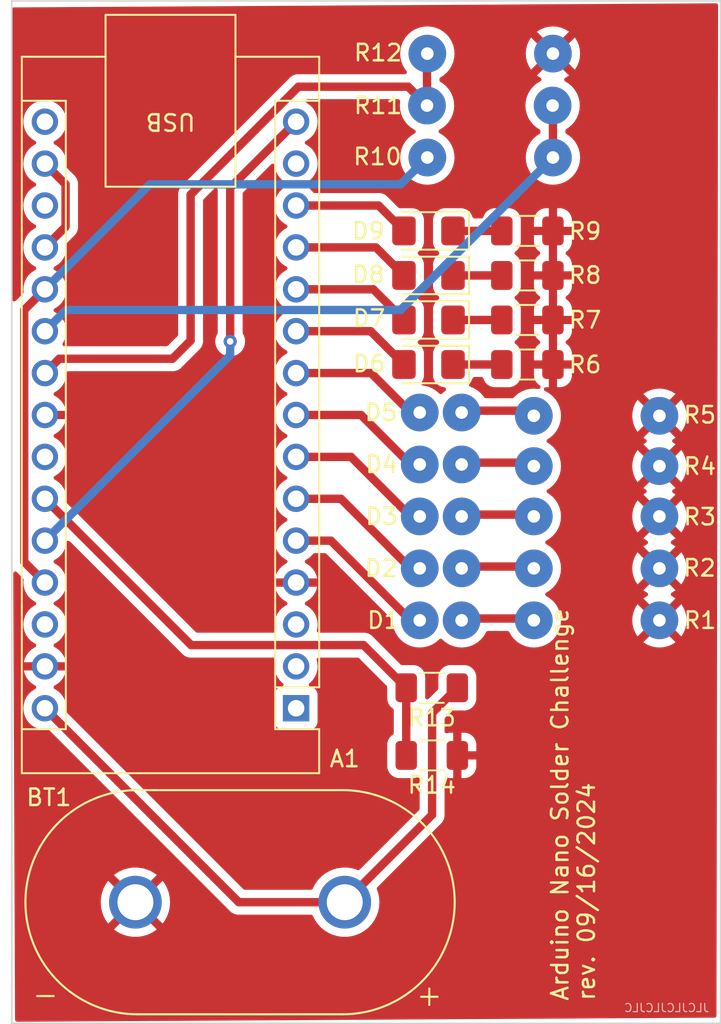
<source format=kicad_pcb>
(kicad_pcb (version 20221018) (generator pcbnew)
  (layers (0 "F.Cu" signal) (31 "B.Cu" signal) (34 "B.Paste" user) (35 "F.Paste" user) (36 "B.SilkS" user "B.Silkscreen") (37 "F.SilkS" user "F.Silkscreen") (38 "B.Mask" user) (39 "F.Mask" user) (44 "Edge.Cuts" user))
  (net 0 "")
  (net 4 "GND")
  (net 5 "Net-(A1-D2)")
  (net 6 "Net-(A1-D3)")
  (net 7 "Net-(A1-D4)")
  (net 8 "Net-(A1-D5)")
  (net 9 "Net-(A1-D6)")
  (net 10 "Net-(A1-D7)")
  (net 11 "Net-(A1-D8)")
  (net 12 "Net-(A1-D9)")
  (net 13 "Net-(A1-D10)")
  (net 15 "Net-(A1-A7)")
  (net 17 "+3.3V")
  (net 19 "+5V")
  (net 20 "Net-(A1-A2)")
  (net 21 "Net-(A1-A3)")
  (net 23 "Net-(A1-A6)")
  (net 25 "+BATT")
  (net 26 "Net-(D1-K)")
  (net 27 "Net-(D2-K)")
  (net 28 "Net-(D3-K)")
  (net 29 "Net-(D4-K)")
  (net 30 "Net-(D5-K)")
  (net 31 "Net-(D6-K)")
  (net 32 "Net-(D7-K)")
  (net 33 "Net-(D8-K)")
  (net 34 "Net-(D9-K)")
  (footprint "Module:Arduino_Nano" (layer "F.Cu") (at 59.3 61.99 180)
    (fp_text reference "A1" (at -2.95 -3.06) (layer "F.SilkS"))
    (fp_text value "Arduino_Nano_Every")
    (fp_text user "USB" (at 7.62 35.56 180 unlocked) (layer "F.SilkS"))
    (fp_line (start -1.4 -3.94) (end -1.4 -1.27) (stroke (width 0.12)) (layer "F.SilkS"))
    (fp_line (start -1.4 1.27) (end -1.4 39.5) (stroke (width 0.12)) (layer "F.SilkS"))
    (fp_line (start -1.4 39.5) (end 3.68 39.5) (stroke (width 0.12)) (layer "F.SilkS"))
    (fp_line (start 1.27 -1.27) (end -1.4 -1.27) (stroke (width 0.12)) (layer "F.SilkS"))
    (fp_line (start 1.27 1.27) (end -1.4 1.27) (stroke (width 0.12)) (layer "F.SilkS"))
    (fp_line (start 1.27 1.27) (end 1.27 -1.27) (stroke (width 0.12)) (layer "F.SilkS"))
    (fp_line (start 1.27 1.27) (end 1.27 36.83) (stroke (width 0.12)) (layer "F.SilkS"))
    (fp_line (start 1.27 36.83) (end -1.4 36.83) (stroke (width 0.12)) (layer "F.SilkS"))
    (fp_line (start 3.68 31.62) (end 11.56 31.62) (stroke (width 0.12)) (layer "F.SilkS"))
    (fp_line (start 3.68 42.04) (end 3.68 31.62) (stroke (width 0.12)) (layer "F.SilkS"))
    (fp_line (start 11.56 31.62) (end 11.56 42.04) (stroke (width 0.12)) (layer "F.SilkS"))
    (fp_line (start 11.56 42.04) (end 3.68 42.04) (stroke (width 0.12)) (layer "F.SilkS"))
    (fp_line (start 13.97 -1.27) (end 13.97 36.83) (stroke (width 0.12)) (layer "F.SilkS"))
    (fp_line (start 13.97 -1.27) (end 16.64 -1.27) (stroke (width 0.12)) (layer "F.SilkS"))
    (fp_line (start 13.97 36.83) (end 16.64 36.83) (stroke (width 0.12)) (layer "F.SilkS"))
    (fp_line (start 16.64 -3.94) (end -1.4 -3.94) (stroke (width 0.12)) (layer "F.SilkS"))
    (fp_line (start 16.64 39.5) (end 11.56 39.5) (stroke (width 0.12)) (layer "F.SilkS"))
    (fp_line (start 16.64 39.5) (end 16.64 -3.94) (stroke (width 0.12)) (layer "F.SilkS"))
    (pad "1" thru_hole rect (at 0 0 180) (size 1.6 1.6) (drill 1) (layers "*.Cu" "*.Mask"))
    (pad "2" thru_hole oval (at 0 2.54 180) (size 1.6 1.6) (drill 1) (layers "*.Cu" "*.Mask"))
    (pad "3" thru_hole oval (at 0 5.08 180) (size 1.6 1.6) (drill 1) (layers "*.Cu" "*.Mask"))
    (pad "4" thru_hole oval (at 0 7.62 180) (size 1.6 1.6) (drill 1) (layers "*.Cu" "*.Mask") (net 4 "GND"))
    (pad "5" thru_hole oval (at 0 10.16 180) (size 1.6 1.6) (drill 1) (layers "*.Cu" "*.Mask") (net 5 "Net-(A1-D2)"))
    (pad "6" thru_hole oval (at 0 12.7 180) (size 1.6 1.6) (drill 1) (layers "*.Cu" "*.Mask") (net 6 "Net-(A1-D3)"))
    (pad "7" thru_hole oval (at 0 15.24 180) (size 1.6 1.6) (drill 1) (layers "*.Cu" "*.Mask") (net 7 "Net-(A1-D4)"))
    (pad "8" thru_hole oval (at 0 17.78 180) (size 1.6 1.6) (drill 1) (layers "*.Cu" "*.Mask") (net 8 "Net-(A1-D5)"))
    (pad "9" thru_hole oval (at 0 20.32 180) (size 1.6 1.6) (drill 1) (layers "*.Cu" "*.Mask") (net 9 "Net-(A1-D6)"))
    (pad "10" thru_hole oval (at 0 22.86 180) (size 1.6 1.6) (drill 1) (layers "*.Cu" "*.Mask") (net 10 "Net-(A1-D7)"))
    (pad "11" thru_hole oval (at 0 25.4 180) (size 1.6 1.6) (drill 1) (layers "*.Cu" "*.Mask") (net 11 "Net-(A1-D8)"))
    (pad "12" thru_hole oval (at 0 27.94 180) (size 1.6 1.6) (drill 1) (layers "*.Cu" "*.Mask") (net 12 "Net-(A1-D9)"))
    (pad "13" thru_hole oval (at 0 30.48 180) (size 1.6 1.6) (drill 1) (layers "*.Cu" "*.Mask") (net 13 "Net-(A1-D10)"))
    (pad "14" thru_hole oval (at 0 33.02 180) (size 1.6 1.6) (drill 1) (layers "*.Cu" "*.Mask"))
    (pad "15" thru_hole oval (at 0 35.56 180) (size 1.6 1.6) (drill 1) (layers "*.Cu" "*.Mask") (net 15 "Net-(A1-A7)"))
    (pad "16" thru_hole oval (at 15.24 35.56 180) (size 1.6 1.6) (drill 1) (layers "*.Cu" "*.Mask"))
    (pad "17" thru_hole oval (at 15.24 33.02 180) (size 1.6 1.6) (drill 1) (layers "*.Cu" "*.Mask") (net 17 "+3.3V"))
    (pad "18" thru_hole oval (at 15.24 30.48 180) (size 1.6 1.6) (drill 1) (layers "*.Cu" "*.Mask"))
    (pad "19" thru_hole oval (at 15.24 27.94 180) (size 1.6 1.6) (drill 1) (layers "*.Cu" "*.Mask") (net 17 "+3.3V"))
    (pad "20" thru_hole oval (at 15.24 25.4 180) (size 1.6 1.6) (drill 1) (layers "*.Cu" "*.Mask") (net 19 "+5V"))
    (pad "21" thru_hole oval (at 15.24 22.86 180) (size 1.6 1.6) (drill 1) (layers "*.Cu" "*.Mask") (net 20 "Net-(A1-A2)"))
    (pad "22" thru_hole oval (at 15.24 20.32 180) (size 1.6 1.6) (drill 1) (layers "*.Cu" "*.Mask") (net 21 "Net-(A1-A3)"))
    (pad "23" thru_hole oval (at 15.24 17.78 180) (size 1.6 1.6) (drill 1) (layers "*.Cu" "*.Mask") (net 4 "GND"))
    (pad "24" thru_hole oval (at 15.24 15.24 180) (size 1.6 1.6) (drill 1) (layers "*.Cu" "*.Mask"))
    (pad "25" thru_hole oval (at 15.24 12.7 180) (size 1.6 1.6) (drill 1) (layers "*.Cu" "*.Mask") (net 23 "Net-(A1-A6)"))
    (pad "26" thru_hole oval (at 15.24 10.16 180) (size 1.6 1.6) (drill 1) (layers "*.Cu" "*.Mask") (net 15 "Net-(A1-A7)"))
    (pad "27" thru_hole oval (at 15.24 7.62 180) (size 1.6 1.6) (drill 1) (layers "*.Cu" "*.Mask") (net 19 "+5V"))
    (pad "28" thru_hole oval (at 15.24 5.08 180) (size 1.6 1.6) (drill 1) (layers "*.Cu" "*.Mask"))
    (pad "29" thru_hole oval (at 15.24 2.54 180) (size 1.6 1.6) (drill 1) (layers "*.Cu" "*.Mask") (net 4 "GND"))
    (pad "30" thru_hole oval (at 15.24 0 180) (size 1.6 1.6) (drill 1) (layers "*.Cu" "*.Mask") (net 25 "+BATT"))
  )
  (footprint "Tracker Custom Library:LED" (layer "F.Cu") (at 66.8 44.06 180)
    (fp_text reference "D5" (at 2.35 0 180) (layer "F.SilkS"))
    (fp_text value "LED" hide)
    (pad "1" thru_hole circle (at -2.54 0 180) (size 2.286 2.286) (drill 0.762) (layers "*.Cu" "*.Mask") (net 30 "Net-(D5-K)"))
    (pad "2" thru_hole circle (at 0 0 180) (size 2.286 2.286) (drill 0.762) (layers "*.Cu" "*.Mask") (net 9 "Net-(A1-D6)"))
  )
  (footprint "Tracker Custom Library:LED" (layer "F.Cu") (at 66.8 56.66 180)
    (fp_text reference "D1" (at 2.2 0 180) (layer "F.SilkS"))
    (fp_text value "LED" hide)
    (pad "1" thru_hole circle (at -2.54 0 180) (size 2.286 2.286) (drill 0.762) (layers "*.Cu" "*.Mask") (net 26 "Net-(D1-K)"))
    (pad "2" thru_hole circle (at 0 0 180) (size 2.286 2.286) (drill 0.762) (layers "*.Cu" "*.Mask") (net 5 "Net-(A1-D2)"))
  )
  (footprint "Tracker Custom Library:Resistor" (layer "F.Cu") (at 78.8 56.66 180)
    (fp_text reference "R1" (at -5.002 -0.004 180) (layer "F.SilkS"))
    (fp_text value "R" hide)
    (pad "1" thru_hole circle (at -2.54 0 180) (size 2.286 2.286) (drill 0.762) (layers "*.Cu" "*.Mask") (net 4 "GND"))
    (pad "2" thru_hole circle (at 5.08 0 180) (size 2.286 2.286) (drill 0.762) (layers "*.Cu" "*.Mask") (net 26 "Net-(D1-K)"))
  )
  (footprint "Resistor_SMD:R_1206_3216Metric_Pad1.30x1.75mm_HandSolder" (layer "F.Cu") (at 73.33 41.15 180)
    (fp_text reference "R6" (at -3.5 -0.01) (layer "F.SilkS"))
    (fp_text value "R")
    (fp_line (start -0.727064 -0.91) (end 0.727064 -0.91) (stroke (width 0.12)) (layer "F.SilkS"))
    (fp_line (start -0.727064 0.91) (end 0.727064 0.91) (stroke (width 0.12)) (layer "F.SilkS"))
    (pad "1" smd roundrect (at -1.55 0 180) (size 1.3 1.75) (layers "F.Cu" "F.Paste" "F.Mask") (roundrect_rratio 0.1923076923) (net 4 "GND"))
    (pad "2" smd roundrect (at 1.55 0 180) (size 1.3 1.75) (layers "F.Cu" "F.Paste" "F.Mask") (roundrect_rratio 0.1923076923) (net 31 "Net-(D6-K)"))
  )
  (footprint "Tracker Custom Library:Resistor" (layer "F.Cu") (at 78.8 44.26 180)
    (fp_text reference "R5" (at -4.99 0.05) (layer "F.SilkS"))
    (fp_text value "R" hide)
    (pad "1" thru_hole circle (at -2.54 0 180) (size 2.286 2.286) (drill 0.762) (layers "*.Cu" "*.Mask") (net 4 "GND"))
    (pad "2" thru_hole circle (at 5.08 0 180) (size 2.286 2.286) (drill 0.762) (layers "*.Cu" "*.Mask") (net 30 "Net-(D5-K)"))
  )
  (footprint "LED_SMD:LED_1206_3216Metric_Pad1.42x1.75mm_HandSolder" (layer "F.Cu") (at 67.33 33.05 180)
    (fp_text reference "D9" (at 3.65 0) (layer "F.SilkS"))
    (fp_text value "LED")
    (fp_line (start -2.46 -1.135) (end -2.46 1.135) (stroke (width 0.12)) (layer "F.SilkS"))
    (fp_line (start -2.46 1.135) (end 1.6 1.135) (stroke (width 0.12)) (layer "F.SilkS"))
    (fp_line (start 1.6 -1.135) (end -2.46 -1.135) (stroke (width 0.12)) (layer "F.SilkS"))
    (pad "1" smd roundrect (at -1.4875 0 180) (size 1.425 1.75) (layers "F.Cu" "F.Paste" "F.Mask") (roundrect_rratio 0.1754392982) (net 34 "Net-(D9-K)"))
    (pad "2" smd roundrect (at 1.4875 0 180) (size 1.425 1.75) (layers "F.Cu" "F.Paste" "F.Mask") (roundrect_rratio 0.1754392982) (net 13 "Net-(A1-D10)"))
  )
  (footprint "Resistor_SMD:R_1206_3216Metric_Pad1.30x1.75mm_HandSolder" (layer "F.Cu") (at 67.53 64.85)
    (fp_text reference "R14" (at 0 1.8) (layer "F.SilkS"))
    (fp_text value "R")
    (fp_line (start -0.727064 -0.91) (end 0.727064 -0.91) (stroke (width 0.12)) (layer "F.SilkS"))
    (fp_line (start -0.727064 0.91) (end 0.727064 0.91) (stroke (width 0.12)) (layer "F.SilkS"))
    (pad "1" smd roundrect (at -1.55 0) (size 1.3 1.75) (layers "F.Cu" "F.Paste" "F.Mask") (roundrect_rratio 0.1923076923) (net 23 "Net-(A1-A6)"))
    (pad "2" smd roundrect (at 1.55 0) (size 1.3 1.75) (layers "F.Cu" "F.Paste" "F.Mask") (roundrect_rratio 0.1923076923) (net 4 "GND"))
  )
  (footprint "Resistor_SMD:R_1206_3216Metric_Pad1.30x1.75mm_HandSolder" (layer "F.Cu") (at 67.53 60.75 180)
    (fp_text reference "R13" (at 0 -1.82) (layer "F.SilkS"))
    (fp_text value "R")
    (fp_line (start -0.727064 -0.91) (end 0.727064 -0.91) (stroke (width 0.12)) (layer "F.SilkS"))
    (fp_line (start -0.727064 0.91) (end 0.727064 0.91) (stroke (width 0.12)) (layer "F.SilkS"))
    (pad "1" smd roundrect (at -1.55 0 180) (size 1.3 1.75) (layers "F.Cu" "F.Paste" "F.Mask") (roundrect_rratio 0.1923076923) (net 25 "+BATT"))
    (pad "2" smd roundrect (at 1.55 0 180) (size 1.3 1.75) (layers "F.Cu" "F.Paste" "F.Mask") (roundrect_rratio 0.1923076923) (net 23 "Net-(A1-A6)"))
  )
  (footprint "LED_SMD:LED_1206_3216Metric_Pad1.42x1.75mm_HandSolder" (layer "F.Cu") (at 67.33 41.15 180)
    (fp_text reference "D6" (at 3.6 0.05) (layer "F.SilkS"))
    (fp_text value "LED")
    (fp_line (start -2.46 -1.135) (end -2.46 1.135) (stroke (width 0.12)) (layer "F.SilkS"))
    (fp_line (start -2.46 1.135) (end 1.6 1.135) (stroke (width 0.12)) (layer "F.SilkS"))
    (fp_line (start 1.6 -1.135) (end -2.46 -1.135) (stroke (width 0.12)) (layer "F.SilkS"))
    (pad "1" smd roundrect (at -1.4875 0 180) (size 1.425 1.75) (layers "F.Cu" "F.Paste" "F.Mask") (roundrect_rratio 0.1754392982) (net 31 "Net-(D6-K)"))
    (pad "2" smd roundrect (at 1.4875 0 180) (size 1.425 1.75) (layers "F.Cu" "F.Paste" "F.Mask") (roundrect_rratio 0.1754392982) (net 10 "Net-(A1-D7)"))
  )
  (footprint "Tracker Custom Library:Resistor" (layer "F.Cu") (at 69.8 22.3)
    (fp_text reference "R12" (at -5.53 -0.05) (layer "F.SilkS"))
    (fp_text value "R" hide)
    (pad "1" thru_hole circle (at -2.54 0) (size 2.286 2.286) (drill 0.762) (layers "*.Cu" "*.Mask") (net 21 "Net-(A1-A3)"))
    (pad "2" thru_hole circle (at 5.08 0) (size 2.286 2.286) (drill 0.762) (layers "*.Cu" "*.Mask") (net 4 "GND"))
  )
  (footprint "Tracker Custom Library:Resistor" (layer "F.Cu") (at 78.8 50.36 180)
    (fp_text reference "R3" (at -4.99 -0.028) (layer "F.SilkS"))
    (fp_text value "R" hide)
    (pad "1" thru_hole circle (at -2.54 0 180) (size 2.286 2.286) (drill 0.762) (layers "*.Cu" "*.Mask") (net 4 "GND"))
    (pad "2" thru_hole circle (at 5.08 0 180) (size 2.286 2.286) (drill 0.762) (layers "*.Cu" "*.Mask") (net 28 "Net-(D3-K)"))
  )
  (footprint "Tracker Custom Library:Keystone 967 9V battery holder" (layer "F.Cu") (at 55.9 73.75 180)
    (fp_text reference "BT1" (at 11.6 6.35) (layer "F.SilkS"))
    (fp_text value "Battery")
    (fp_line (start -11.9808 -5.7324) (end -10.9808 -5.7324) (stroke (width 0.127)) (layer "F.SilkS"))
    (fp_line (start -11.4808 -6.2324) (end -11.4808 -5.2324) (stroke (width 0.127)) (layer "F.SilkS"))
    (fp_line (start -6.225 -6.795) (end 6.225 -6.795) (stroke (width 0.127)) (layer "F.SilkS"))
    (fp_line (start 6.225 6.795) (end -6.225 6.795) (stroke (width 0.127)) (layer "F.SilkS"))
    (fp_line (start 11.311 -5.6896) (end 12.311 -5.6896) (stroke (width 0.127)) (layer "F.SilkS"))
    (fp_arc (start -13.02 0) (mid -11.029791 -4.804791) (end -6.225 -6.795) (stroke (width 0.127)) (layer "F.SilkS"))
    (fp_arc (start -6.225 6.795) (mid -11.029791 4.804791) (end -13.02 0) (stroke (width 0.127)) (layer "F.SilkS"))
    (fp_arc (start 6.225 -6.795) (mid 11.029791 -4.804791) (end 13.02 0) (stroke (width 0.127)) (layer "F.SilkS"))
    (fp_arc (start 13.02 0) (mid 11.029791 4.804791) (end 6.225 6.795) (stroke (width 0.127)) (layer "F.SilkS"))
    (pad "1" thru_hole circle (at -6.35 0 180) (size 3.196 3.196) (drill 2.18) (layers "*.Cu" "*.Mask") (net 25 "+BATT"))
    (pad "2" thru_hole circle (at 6.35 0 180) (size 3.196 3.196) (drill 2.18) (layers "*.Cu" "*.Mask") (net 4 "GND"))
  )
  (footprint "Tracker Custom Library:Resistor" (layer "F.Cu") (at 69.8 28.6)
    (fp_text reference "R10" (at -5.57 -0.05) (layer "F.SilkS"))
    (fp_text value "R" hide)
    (pad "1" thru_hole circle (at -2.54 0) (size 2.286 2.286) (drill 0.762) (layers "*.Cu" "*.Mask") (net 19 "+5V"))
    (pad "2" thru_hole circle (at 5.08 0) (size 2.286 2.286) (drill 0.762) (layers "*.Cu" "*.Mask") (net 20 "Net-(A1-A2)"))
  )
  (footprint "Tracker Custom Library:LED" (layer "F.Cu") (at 66.8 50.36 180)
    (fp_text reference "D3" (at 2.31 0 180) (layer "F.SilkS"))
    (fp_text value "LED" hide)
    (pad "1" thru_hole circle (at -2.54 0 180) (size 2.286 2.286) (drill 0.762) (layers "*.Cu" "*.Mask") (net 28 "Net-(D3-K)"))
    (pad "2" thru_hole circle (at 0 0 180) (size 2.286 2.286) (drill 0.762) (layers "*.Cu" "*.Mask") (net 7 "Net-(A1-D4)"))
  )
  (footprint "Resistor_SMD:R_1206_3216Metric_Pad1.30x1.75mm_HandSolder" (layer "F.Cu") (at 73.33 38.45 180)
    (fp_text reference "R7" (at -3.5 0) (layer "F.SilkS"))
    (fp_text value "R")
    (fp_line (start -0.727064 -0.91) (end 0.727064 -0.91) (stroke (width 0.12)) (layer "F.SilkS"))
    (fp_line (start -0.727064 0.91) (end 0.727064 0.91) (stroke (width 0.12)) (layer "F.SilkS"))
    (pad "1" smd roundrect (at -1.55 0 180) (size 1.3 1.75) (layers "F.Cu" "F.Paste" "F.Mask") (roundrect_rratio 0.1923076923) (net 4 "GND"))
    (pad "2" smd roundrect (at 1.55 0 180) (size 1.3 1.75) (layers "F.Cu" "F.Paste" "F.Mask") (roundrect_rratio 0.1923076923) (net 32 "Net-(D7-K)"))
  )
  (footprint "Tracker Custom Library:Resistor" (layer "F.Cu") (at 78.8 53.51 180)
    (fp_text reference "R2" (at -4.97 0.022 180) (layer "F.SilkS"))
    (fp_text value "R" hide)
    (pad "1" thru_hole circle (at -2.54 0 180) (size 2.286 2.286) (drill 0.762) (layers "*.Cu" "*.Mask") (net 4 "GND"))
    (pad "2" thru_hole circle (at 5.08 0 180) (size 2.286 2.286) (drill 0.762) (layers "*.Cu" "*.Mask") (net 27 "Net-(D2-K)"))
  )
  (footprint "Tracker Custom Library:LED" (layer "F.Cu") (at 66.8 47.21 180)
    (fp_text reference "D4" (at 2.31 0 180) (layer "F.SilkS"))
    (fp_text value "LED" hide)
    (pad "1" thru_hole circle (at -2.54 0 180) (size 2.286 2.286) (drill 0.762) (layers "*.Cu" "*.Mask") (net 29 "Net-(D4-K)"))
    (pad "2" thru_hole circle (at 0 0 180) (size 2.286 2.286) (drill 0.762) (layers "*.Cu" "*.Mask") (net 8 "Net-(A1-D5)"))
  )
  (footprint "Resistor_SMD:R_1206_3216Metric_Pad1.30x1.75mm_HandSolder" (layer "F.Cu") (at 73.33 35.75 180)
    (fp_text reference "R8" (at -3.5 0.01) (layer "F.SilkS"))
    (fp_text value "R")
    (fp_line (start -0.727064 -0.91) (end 0.727064 -0.91) (stroke (width 0.12)) (layer "F.SilkS"))
    (fp_line (start -0.727064 0.91) (end 0.727064 0.91) (stroke (width 0.12)) (layer "F.SilkS"))
    (pad "1" smd roundrect (at -1.55 0 180) (size 1.3 1.75) (layers "F.Cu" "F.Paste" "F.Mask") (roundrect_rratio 0.1923076923) (net 4 "GND"))
    (pad "2" smd roundrect (at 1.55 0 180) (size 1.3 1.75) (layers "F.Cu" "F.Paste" "F.Mask") (roundrect_rratio 0.1923076923) (net 33 "Net-(D8-K)"))
  )
  (footprint "Tracker Custom Library:Resistor" (layer "F.Cu") (at 78.8 47.31 180)
    (fp_text reference "R4" (at -4.99 -0.014) (layer "F.SilkS"))
    (fp_text value "R" hide)
    (pad "1" thru_hole circle (at -2.54 0 180) (size 2.286 2.286) (drill 0.762) (layers "*.Cu" "*.Mask") (net 4 "GND"))
    (pad "2" thru_hole circle (at 5.08 0 180) (size 2.286 2.286) (drill 0.762) (layers "*.Cu" "*.Mask") (net 29 "Net-(D4-K)"))
  )
  (footprint "Tracker Custom Library:Resistor" (layer "F.Cu") (at 72.32 25.45 180)
    (fp_text reference "R11" (at 8.05 0 180) (layer "F.SilkS"))
    (fp_text value "R" hide)
    (pad "1" thru_hole circle (at -2.54 0 180) (size 2.286 2.286) (drill 0.762) (layers "*.Cu" "*.Mask") (net 20 "Net-(A1-A2)"))
    (pad "2" thru_hole circle (at 5.08 0 180) (size 2.286 2.286) (drill 0.762) (layers "*.Cu" "*.Mask") (net 21 "Net-(A1-A3)"))
  )
  (footprint "Tracker Custom Library:LED" (layer "F.Cu") (at 66.8 53.51 180)
    (fp_text reference "D2" (at 2.35 0 180) (layer "F.SilkS"))
    (fp_text value "LED" hide)
    (pad "1" thru_hole circle (at -2.54 0 180) (size 2.286 2.286) (drill 0.762) (layers "*.Cu" "*.Mask") (net 27 "Net-(D2-K)"))
    (pad "2" thru_hole circle (at 0 0 180) (size 2.286 2.286) (drill 0.762) (layers "*.Cu" "*.Mask") (net 6 "Net-(A1-D3)"))
  )
  (footprint "LED_SMD:LED_1206_3216Metric_Pad1.42x1.75mm_HandSolder" (layer "F.Cu") (at 67.33 38.45 180)
    (fp_text reference "D7" (at 3.6 0.1) (layer "F.SilkS"))
    (fp_text value "LED")
    (fp_line (start -2.46 -1.135) (end -2.46 1.135) (stroke (width 0.12)) (layer "F.SilkS"))
    (fp_line (start -2.46 1.135) (end 1.6 1.135) (stroke (width 0.12)) (layer "F.SilkS"))
    (fp_line (start 1.6 -1.135) (end -2.46 -1.135) (stroke (width 0.12)) (layer "F.SilkS"))
    (pad "1" smd roundrect (at -1.4875 0 180) (size 1.425 1.75) (layers "F.Cu" "F.Paste" "F.Mask") (roundrect_rratio 0.1754392982) (net 32 "Net-(D7-K)"))
    (pad "2" smd roundrect (at 1.4875 0 180) (size 1.425 1.75) (layers "F.Cu" "F.Paste" "F.Mask") (roundrect_rratio 0.1754392982) (net 11 "Net-(A1-D8)"))
  )
  (footprint "Resistor_SMD:R_1206_3216Metric_Pad1.30x1.75mm_HandSolder" (layer "F.Cu") (at 73.33 33.05 180)
    (fp_text reference "R9" (at -3.5 -0.02) (layer "F.SilkS"))
    (fp_text value "R")
    (fp_line (start -0.727064 -0.91) (end 0.727064 -0.91) (stroke (width 0.12)) (layer "F.SilkS"))
    (fp_line (start -0.727064 0.91) (end 0.727064 0.91) (stroke (width 0.12)) (layer "F.SilkS"))
    (pad "1" smd roundrect (at -1.55 0 180) (size 1.3 1.75) (layers "F.Cu" "F.Paste" "F.Mask") (roundrect_rratio 0.1923076923) (net 4 "GND"))
    (pad "2" smd roundrect (at 1.55 0 180) (size 1.3 1.75) (layers "F.Cu" "F.Paste" "F.Mask") (roundrect_rratio 0.1923076923) (net 34 "Net-(D9-K)"))
  )
  (footprint "LED_SMD:LED_1206_3216Metric_Pad1.42x1.75mm_HandSolder" (layer "F.Cu") (at 67.33 35.75 180)
    (fp_text reference "D8" (at 3.65 0.05) (layer "F.SilkS"))
    (fp_text value "LED")
    (fp_line (start -2.46 -1.135) (end -2.46 1.135) (stroke (width 0.12)) (layer "F.SilkS"))
    (fp_line (start -2.46 1.135) (end 1.6 1.135) (stroke (width 0.12)) (layer "F.SilkS"))
    (fp_line (start 1.6 -1.135) (end -2.46 -1.135) (stroke (width 0.12)) (layer "F.SilkS"))
    (pad "1" smd roundrect (at -1.4875 0 180) (size 1.425 1.75) (layers "F.Cu" "F.Paste" "F.Mask") (roundrect_rratio 0.1754392982) (net 33 "Net-(D8-K)"))
    (pad "2" smd roundrect (at 1.4875 0 180) (size 1.425 1.75) (layers "F.Cu" "F.Paste" "F.Mask") (roundrect_rratio 0.1754392982) (net 12 "Net-(A1-D9)"))
  )
  (gr_rect (start 42.05 19.1) (end 85.05 81.1) (stroke (width 0.1)) (fill none) (layer "Edge.Cuts"))
  (gr_text "JLCJLCJLCJLC" (at 84.4 80.45) (layer "B.SilkS") (effects (font (size 0.5 0.5) (thickness 0.075)) (justify left bottom mirror)))
  (gr_text "Arduino Nano Solder Challenge\nrev. 09/16/2024" (at 77.5 79.8 90) (layer "F.SilkS") (effects (font (size 1 1)) (justify left bottom)))
  (segment (start 66.24 56.66) (end 66.8 56.66) (width 0.508) (layer "F.Cu") (net 5))
  (segment (start 59.3 51.83) (end 61.41 51.83) (width 0.508) (layer "F.Cu") (net 5))
  (segment (start 61.41 51.83) (end 66.24 56.66) (width 0.508) (layer "F.Cu") (net 5))
  (segment (start 59.3 49.29) (end 62.02 49.29) (width 0.508) (layer "F.Cu") (net 6))
  (segment (start 62.02 49.29) (end 66.13 53.4) (width 0.508) (layer "F.Cu") (net 6))
  (segment (start 62.63 46.75) (end 66.13 50.25) (width 0.508) (layer "F.Cu") (net 7))
  (segment (start 59.3 46.75) (end 62.63 46.75) (width 0.508) (layer "F.Cu") (net 7))
  (segment (start 59.3 44.21) (end 63.24 44.21) (width 0.508) (layer "F.Cu") (net 8))
  (segment (start 63.24 44.21) (end 66.13 47.1) (width 0.508) (layer "F.Cu") (net 8))
  (segment (start 63.85 41.67) (end 66.13 43.95) (width 0.508) (layer "F.Cu") (net 9))
  (segment (start 59.3 41.67) (end 63.85 41.67) (width 0.508) (layer "F.Cu") (net 9))
  (segment (start 59.3 39.13) (end 63.8225 39.13) (width 0.508) (layer "F.Cu") (net 10))
  (segment (start 63.8225 39.13) (end 65.8425 41.15) (width 0.508) (layer "F.Cu") (net 10))
  (segment (start 63.9825 36.59) (end 65.8425 38.45) (width 0.508) (layer "F.Cu") (net 11))
  (segment (start 59.3 36.59) (end 63.9825 36.59) (width 0.508) (layer "F.Cu") (net 11))
  (segment (start 65.8425 35.75) (end 64.1425 34.05) (width 0.508) (layer "F.Cu") (net 12))
  (segment (start 64.1425 34.05) (end 59.3 34.05) (width 0.508) (layer "F.Cu") (net 12))
  (segment (start 59.3 31.51) (end 64.3025 31.51) (width 0.508) (layer "F.Cu") (net 13))
  (segment (start 64.3025 31.51) (end 65.8425 33.05) (width 0.508) (layer "F.Cu") (net 13))
  (segment (start 55.3 30.43) (end 59.3 26.43) (width 0.508) (layer "F.Cu") (net 15))
  (segment (start 55.3 39.75) (end 55.3 30.43) (width 0.508) (layer "F.Cu") (net 15))
  (via (at 55.3 39.75) (size 0.8) (drill 0.4) (layers "F.Cu" "B.Cu") (net 15))
  (segment (start 44.06 51.83) (end 55.3 40.59) (width 0.508) (layer "B.Cu") (net 15))
  (segment (start 55.3 40.59) (end 55.3 39.75) (width 0.508) (layer "B.Cu") (net 15))
  (segment (start 45.314 30.224) (end 45.314 32.796) (width 0.508) (layer "F.Cu") (net 17))
  (segment (start 45.314 32.796) (end 44.06 34.05) (width 0.508) (layer "F.Cu") (net 17))
  (segment (start 44.06 28.97) (end 45.314 30.224) (width 0.508) (layer "F.Cu") (net 17))
  (segment (start 42.806 37.844) (end 42.806 53.116) (width 0.508) (layer "F.Cu") (net 19))
  (segment (start 42.806 53.116) (end 44.06 54.37) (width 0.508) (layer "F.Cu") (net 19))
  (segment (start 44.06 36.59) (end 42.806 37.844) (width 0.508) (layer "F.Cu") (net 19))
  (segment (start 65.636 30.224) (end 67.26 28.6) (width 0.508) (layer "B.Cu") (net 19))
  (segment (start 44.06 36.59) (end 50.426 30.224) (width 0.508) (layer "B.Cu") (net 19))
  (segment (start 50.426 30.224) (end 65.636 30.224) (width 0.508) (layer "B.Cu") (net 19))
  (segment (start 74.88 28.6) (end 74.88 25.47) (width 0.508) (layer "F.Cu") (net 20))
  (segment (start 74.88 25.47) (end 74.86 25.45) (width 0.508) (layer "F.Cu") (net 20))
  (segment (start 74.88 28.6) (end 65.636 37.844) (width 0.508) (layer "B.Cu") (net 20))
  (segment (start 45.346 37.844) (end 44.06 39.13) (width 0.508) (layer "B.Cu") (net 20))
  (segment (start 65.636 37.844) (end 45.346 37.844) (width 0.508) (layer "B.Cu") (net 20))
  (segment (start 66.097 24.307) (end 59.443 24.307) (width 0.508) (layer "F.Cu") (net 21))
  (segment (start 52.9 30.85) (end 52.9 39.7) (width 0.508) (layer "F.Cu") (net 21))
  (segment (start 67.24 22.32) (end 67.26 22.3) (width 0.508) (layer "F.Cu") (net 21))
  (segment (start 51.8 40.8) (end 44.93 40.8) (width 0.508) (layer "F.Cu") (net 21))
  (segment (start 67.24 25.45) (end 66.097 24.307) (width 0.508) (layer "F.Cu") (net 21))
  (segment (start 44.93 40.8) (end 44.06 41.67) (width 0.508) (layer "F.Cu") (net 21))
  (segment (start 59.443 24.307) (end 52.9 30.85) (width 0.508) (layer "F.Cu") (net 21))
  (segment (start 52.9 39.7) (end 51.8 40.8) (width 0.508) (layer "F.Cu") (net 21))
  (segment (start 67.24 25.45) (end 67.24 22.32) (width 0.508) (layer "F.Cu") (net 21))
  (segment (start 63.394 58.164) (end 52.934 58.164) (width 0.508) (layer "F.Cu") (net 23))
  (segment (start 65.98 64.85) (end 65.98 60.75) (width 0.508) (layer "F.Cu") (net 23))
  (segment (start 52.934 58.164) (end 44.06 49.29) (width 0.508) (layer "F.Cu") (net 23))
  (segment (start 65.98 60.75) (end 63.394 58.164) (width 0.508) (layer "F.Cu") (net 23))
  (segment (start 69.08 60.75) (end 67.55 62.28) (width 0.508) (layer "F.Cu") (net 25))
  (segment (start 62.25 73.75) (end 55.82 73.75) (width 0.508) (layer "F.Cu") (net 25))
  (segment (start 67.55 68.45) (end 62.25 73.75) (width 0.508) (layer "F.Cu") (net 25))
  (segment (start 67.55 62.28) (end 67.55 68.45) (width 0.508) (layer "F.Cu") (net 25))
  (segment (start 55.82 73.75) (end 44.06 61.99) (width 0.508) (layer "F.Cu") (net 25))
  (segment (start 68.67 56.55) (end 73.05 56.55) (width 0.508) (layer "F.Cu") (net 26))
  (segment (start 68.67 53.4) (end 73.05 53.4) (width 0.508) (layer "F.Cu") (net 27))
  (segment (start 68.67 50.25) (end 73.05 50.25) (width 0.508) (layer "F.Cu") (net 28))
  (segment (start 68.67 47.1) (end 72.95 47.1) (width 0.508) (layer "F.Cu") (net 29))
  (segment (start 72.95 47.1) (end 73.05 47.2) (width 0.508) (layer "F.Cu") (net 29))
  (segment (start 72.85 43.95) (end 73.05 44.15) (width 0.508) (layer "F.Cu") (net 30))
  (segment (start 68.67 43.95) (end 72.85 43.95) (width 0.508) (layer "F.Cu") (net 30))
  (segment (start 68.8175 41.15) (end 71.78 41.15) (width 0.508) (layer "F.Cu") (net 31))
  (segment (start 68.8175 38.45) (end 71.78 38.45) (width 0.508) (layer "F.Cu") (net 32))
  (segment (start 68.8175 35.75) (end 71.78 35.75) (width 0.508) (layer "F.Cu") (net 33))
  (segment (start 68.8175 33.05) (end 71.78 33.05) (width 0.508) (layer "F.Cu") (net 34))
  (zone (net 4) (net_name "GND") (layer "F.Cu") (connect_pads (clearance 0.5)) (min_thickness 0.25) (fill yes (thermal_gap 0.5) (thermal_bridge_width 0.5))
    (polygon (pts (xy 42 19.5) (xy 84.9 19.25) (xy 84.8 80.75) (xy 42.25 81)))
  )
)
</source>
